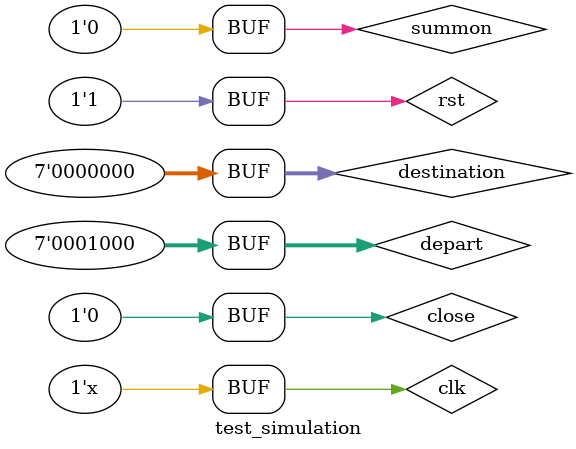
<source format=v>
`timescale 1ms / 10us


module test_simulation();
    reg [6:0] destination;
    reg [1:0] emergency;
    reg summon, close;
    reg [6:0] depart;
    reg rst, clk;
    
    wire [7:0] seg_data;
    wire [7:0] seg_sel;
    wire [1:0] door_status;
    wire [11:0] RGB;
    wire sound;
    wire LCD_E, LCD_RS, LCD_RW;
    wire [7:0] LCD_DATA;

    Project_Elevator ev_simul(destination, emergency, summon, close, depart, seg_data, seg_sel, door_status, RGB, sound, LCD_E, LCD_RS, LCD_RW, LCD_DATA, rst, clk);

    initial begin
        rst <= 1;
        clk <= 0;
        depart <= 7'b0000000;
        summon <= 0;
        #10 rst <= 0;
        #10 rst <= 1;

        #100 depart <= 7'b0001000;
        #10 summon <= 1;
        #10 summon <= 0;
        #9000 destination <= 7'b0100000;
        #10 destination <= 7'b0000000;
        #300 close <= 1;
        #10 close <= 0;
    end

    always begin
        #0.5 clk <= ~clk;
    end
endmodule

</source>
